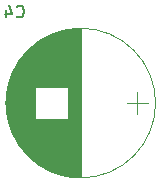
<source format=gbr>
%TF.GenerationSoftware,KiCad,Pcbnew,(5.99.0-2195-g476558ece)*%
%TF.CreationDate,2021-12-21T14:22:00-08:00*%
%TF.ProjectId,wwu_pico1,7777755f-7069-4636-9f31-2e6b69636164,rev?*%
%TF.SameCoordinates,Original*%
%TF.FileFunction,Legend,Bot*%
%TF.FilePolarity,Positive*%
%FSLAX46Y46*%
G04 Gerber Fmt 4.6, Leading zero omitted, Abs format (unit mm)*
G04 Created by KiCad (PCBNEW (5.99.0-2195-g476558ece)) date 2021-12-21 14:22:00*
%MOMM*%
%LPD*%
G01*
G04 APERTURE LIST*
%ADD10C,0.150000*%
%ADD11C,0.120000*%
G04 APERTURE END LIST*
D10*
%TO.C,C4*%
X132066666Y-66757142D02*
X132114285Y-66804761D01*
X132257142Y-66852380D01*
X132352380Y-66852380D01*
X132495238Y-66804761D01*
X132590476Y-66709523D01*
X132638095Y-66614285D01*
X132685714Y-66423809D01*
X132685714Y-66280952D01*
X132638095Y-66090476D01*
X132590476Y-65995238D01*
X132495238Y-65900000D01*
X132352380Y-65852380D01*
X132257142Y-65852380D01*
X132114285Y-65900000D01*
X132066666Y-65947619D01*
X131209523Y-66185714D02*
X131209523Y-66852380D01*
X131447619Y-65804761D02*
X131685714Y-66519047D01*
X131066666Y-66519047D01*
D11*
X143840000Y-74100000D02*
G75*
G03*
X143840000Y-74100000I-6340000J0D01*
G01*
X137500000Y-67800000D02*
X137500000Y-80400000D01*
X137460000Y-67800000D02*
X137460000Y-80400000D01*
X137420000Y-67800000D02*
X137420000Y-80400000D01*
X137380000Y-67801000D02*
X137380000Y-80399000D01*
X137340000Y-67802000D02*
X137340000Y-80398000D01*
X137300000Y-67803000D02*
X137300000Y-80397000D01*
X137260000Y-67804000D02*
X137260000Y-80396000D01*
X137220000Y-67806000D02*
X137220000Y-80394000D01*
X137180000Y-67808000D02*
X137180000Y-80392000D01*
X137140000Y-67810000D02*
X137140000Y-80390000D01*
X137100000Y-67812000D02*
X137100000Y-80388000D01*
X137060000Y-67815000D02*
X137060000Y-80385000D01*
X137020000Y-67818000D02*
X137020000Y-80382000D01*
X136980000Y-67821000D02*
X136980000Y-80379000D01*
X136940000Y-67824000D02*
X136940000Y-80376000D01*
X136900000Y-67828000D02*
X136900000Y-80372000D01*
X136860000Y-67832000D02*
X136860000Y-80368000D01*
X136820000Y-67836000D02*
X136820000Y-80364000D01*
X136779000Y-67841000D02*
X136779000Y-80359000D01*
X136739000Y-67845000D02*
X136739000Y-80355000D01*
X136699000Y-67850000D02*
X136699000Y-80350000D01*
X136659000Y-67855000D02*
X136659000Y-80345000D01*
X136619000Y-67861000D02*
X136619000Y-80339000D01*
X136579000Y-67867000D02*
X136579000Y-80333000D01*
X136539000Y-67873000D02*
X136539000Y-80327000D01*
X136499000Y-67879000D02*
X136499000Y-80321000D01*
X136459000Y-67885000D02*
X136459000Y-80315000D01*
X136419000Y-67892000D02*
X136419000Y-80308000D01*
X136379000Y-67899000D02*
X136379000Y-72720000D01*
X136379000Y-75480000D02*
X136379000Y-80301000D01*
X136339000Y-67907000D02*
X136339000Y-72720000D01*
X136339000Y-75480000D02*
X136339000Y-80293000D01*
X136299000Y-67914000D02*
X136299000Y-72720000D01*
X136299000Y-75480000D02*
X136299000Y-80286000D01*
X136259000Y-67922000D02*
X136259000Y-72720000D01*
X136259000Y-75480000D02*
X136259000Y-80278000D01*
X136219000Y-67930000D02*
X136219000Y-72720000D01*
X136219000Y-75480000D02*
X136219000Y-80270000D01*
X136179000Y-67938000D02*
X136179000Y-72720000D01*
X136179000Y-75480000D02*
X136179000Y-80262000D01*
X136139000Y-67947000D02*
X136139000Y-72720000D01*
X136139000Y-75480000D02*
X136139000Y-80253000D01*
X136099000Y-67956000D02*
X136099000Y-72720000D01*
X136099000Y-75480000D02*
X136099000Y-80244000D01*
X136059000Y-67965000D02*
X136059000Y-72720000D01*
X136059000Y-75480000D02*
X136059000Y-80235000D01*
X136019000Y-67975000D02*
X136019000Y-72720000D01*
X136019000Y-75480000D02*
X136019000Y-80225000D01*
X135979000Y-67984000D02*
X135979000Y-72720000D01*
X135979000Y-75480000D02*
X135979000Y-80216000D01*
X135939000Y-67994000D02*
X135939000Y-72720000D01*
X135939000Y-75480000D02*
X135939000Y-80206000D01*
X135899000Y-68005000D02*
X135899000Y-72720000D01*
X135899000Y-75480000D02*
X135899000Y-80195000D01*
X135859000Y-68015000D02*
X135859000Y-72720000D01*
X135859000Y-75480000D02*
X135859000Y-80185000D01*
X135819000Y-68026000D02*
X135819000Y-72720000D01*
X135819000Y-75480000D02*
X135819000Y-80174000D01*
X135779000Y-68037000D02*
X135779000Y-72720000D01*
X135779000Y-75480000D02*
X135779000Y-80163000D01*
X135739000Y-68049000D02*
X135739000Y-72720000D01*
X135739000Y-75480000D02*
X135739000Y-80151000D01*
X135699000Y-68060000D02*
X135699000Y-72720000D01*
X135699000Y-75480000D02*
X135699000Y-80140000D01*
X135659000Y-68072000D02*
X135659000Y-72720000D01*
X135659000Y-75480000D02*
X135659000Y-80128000D01*
X135619000Y-68085000D02*
X135619000Y-72720000D01*
X135619000Y-75480000D02*
X135619000Y-80115000D01*
X135579000Y-68097000D02*
X135579000Y-72720000D01*
X135579000Y-75480000D02*
X135579000Y-80103000D01*
X135539000Y-68110000D02*
X135539000Y-72720000D01*
X135539000Y-75480000D02*
X135539000Y-80090000D01*
X135499000Y-68123000D02*
X135499000Y-72720000D01*
X135499000Y-75480000D02*
X135499000Y-80077000D01*
X135459000Y-68137000D02*
X135459000Y-72720000D01*
X135459000Y-75480000D02*
X135459000Y-80063000D01*
X135419000Y-68150000D02*
X135419000Y-72720000D01*
X135419000Y-75480000D02*
X135419000Y-80050000D01*
X135379000Y-68164000D02*
X135379000Y-72720000D01*
X135379000Y-75480000D02*
X135379000Y-80036000D01*
X135339000Y-68179000D02*
X135339000Y-72720000D01*
X135339000Y-75480000D02*
X135339000Y-80021000D01*
X135299000Y-68193000D02*
X135299000Y-72720000D01*
X135299000Y-75480000D02*
X135299000Y-80007000D01*
X135259000Y-68208000D02*
X135259000Y-72720000D01*
X135259000Y-75480000D02*
X135259000Y-79992000D01*
X135219000Y-68224000D02*
X135219000Y-72720000D01*
X135219000Y-75480000D02*
X135219000Y-79976000D01*
X135179000Y-68239000D02*
X135179000Y-72720000D01*
X135179000Y-75480000D02*
X135179000Y-79961000D01*
X135139000Y-68255000D02*
X135139000Y-72720000D01*
X135139000Y-75480000D02*
X135139000Y-79945000D01*
X135099000Y-68271000D02*
X135099000Y-72720000D01*
X135099000Y-75480000D02*
X135099000Y-79929000D01*
X135059000Y-68288000D02*
X135059000Y-72720000D01*
X135059000Y-75480000D02*
X135059000Y-79912000D01*
X135019000Y-68305000D02*
X135019000Y-72720000D01*
X135019000Y-75480000D02*
X135019000Y-79895000D01*
X134979000Y-68322000D02*
X134979000Y-72720000D01*
X134979000Y-75480000D02*
X134979000Y-79878000D01*
X134939000Y-68339000D02*
X134939000Y-72720000D01*
X134939000Y-75480000D02*
X134939000Y-79861000D01*
X134899000Y-68357000D02*
X134899000Y-72720000D01*
X134899000Y-75480000D02*
X134899000Y-79843000D01*
X134859000Y-68375000D02*
X134859000Y-72720000D01*
X134859000Y-75480000D02*
X134859000Y-79825000D01*
X134819000Y-68394000D02*
X134819000Y-72720000D01*
X134819000Y-75480000D02*
X134819000Y-79806000D01*
X134779000Y-68413000D02*
X134779000Y-72720000D01*
X134779000Y-75480000D02*
X134779000Y-79787000D01*
X134739000Y-68432000D02*
X134739000Y-72720000D01*
X134739000Y-75480000D02*
X134739000Y-79768000D01*
X134699000Y-68451000D02*
X134699000Y-72720000D01*
X134699000Y-75480000D02*
X134699000Y-79749000D01*
X134659000Y-68471000D02*
X134659000Y-72720000D01*
X134659000Y-75480000D02*
X134659000Y-79729000D01*
X134619000Y-68491000D02*
X134619000Y-72720000D01*
X134619000Y-75480000D02*
X134619000Y-79709000D01*
X134579000Y-68512000D02*
X134579000Y-72720000D01*
X134579000Y-75480000D02*
X134579000Y-79688000D01*
X134539000Y-68533000D02*
X134539000Y-72720000D01*
X134539000Y-75480000D02*
X134539000Y-79667000D01*
X134499000Y-68554000D02*
X134499000Y-72720000D01*
X134499000Y-75480000D02*
X134499000Y-79646000D01*
X134459000Y-68576000D02*
X134459000Y-72720000D01*
X134459000Y-75480000D02*
X134459000Y-79624000D01*
X134419000Y-68598000D02*
X134419000Y-72720000D01*
X134419000Y-75480000D02*
X134419000Y-79602000D01*
X134379000Y-68620000D02*
X134379000Y-72720000D01*
X134379000Y-75480000D02*
X134379000Y-79580000D01*
X134339000Y-68643000D02*
X134339000Y-72720000D01*
X134339000Y-75480000D02*
X134339000Y-79557000D01*
X134299000Y-68666000D02*
X134299000Y-72720000D01*
X134299000Y-75480000D02*
X134299000Y-79534000D01*
X134259000Y-68690000D02*
X134259000Y-72720000D01*
X134259000Y-75480000D02*
X134259000Y-79510000D01*
X134219000Y-68714000D02*
X134219000Y-72720000D01*
X134219000Y-75480000D02*
X134219000Y-79486000D01*
X134179000Y-68738000D02*
X134179000Y-72720000D01*
X134179000Y-75480000D02*
X134179000Y-79462000D01*
X134139000Y-68763000D02*
X134139000Y-72720000D01*
X134139000Y-75480000D02*
X134139000Y-79437000D01*
X134099000Y-68788000D02*
X134099000Y-72720000D01*
X134099000Y-75480000D02*
X134099000Y-79412000D01*
X134059000Y-68814000D02*
X134059000Y-72720000D01*
X134059000Y-75480000D02*
X134059000Y-79386000D01*
X134019000Y-68840000D02*
X134019000Y-72720000D01*
X134019000Y-75480000D02*
X134019000Y-79360000D01*
X133979000Y-68866000D02*
X133979000Y-72720000D01*
X133979000Y-75480000D02*
X133979000Y-79334000D01*
X133939000Y-68893000D02*
X133939000Y-72720000D01*
X133939000Y-75480000D02*
X133939000Y-79307000D01*
X133899000Y-68921000D02*
X133899000Y-72720000D01*
X133899000Y-75480000D02*
X133899000Y-79279000D01*
X133859000Y-68949000D02*
X133859000Y-72720000D01*
X133859000Y-75480000D02*
X133859000Y-79251000D01*
X133819000Y-68977000D02*
X133819000Y-72720000D01*
X133819000Y-75480000D02*
X133819000Y-79223000D01*
X133779000Y-69006000D02*
X133779000Y-72720000D01*
X133779000Y-75480000D02*
X133779000Y-79194000D01*
X133739000Y-69035000D02*
X133739000Y-72720000D01*
X133739000Y-75480000D02*
X133739000Y-79165000D01*
X133699000Y-69065000D02*
X133699000Y-72720000D01*
X133699000Y-75480000D02*
X133699000Y-79135000D01*
X133659000Y-69095000D02*
X133659000Y-72720000D01*
X133659000Y-75480000D02*
X133659000Y-79105000D01*
X133619000Y-69125000D02*
X133619000Y-79075000D01*
X133579000Y-69157000D02*
X133579000Y-79043000D01*
X133539000Y-69188000D02*
X133539000Y-79012000D01*
X133499000Y-69221000D02*
X133499000Y-78979000D01*
X133459000Y-69253000D02*
X133459000Y-78947000D01*
X133419000Y-69287000D02*
X133419000Y-78913000D01*
X133379000Y-69321000D02*
X133379000Y-78879000D01*
X133339000Y-69355000D02*
X133339000Y-78845000D01*
X133299000Y-69390000D02*
X133299000Y-78810000D01*
X133259000Y-69426000D02*
X133259000Y-78774000D01*
X133219000Y-69462000D02*
X133219000Y-78738000D01*
X133179000Y-69499000D02*
X133179000Y-78701000D01*
X133139000Y-69537000D02*
X133139000Y-78663000D01*
X133099000Y-69575000D02*
X133099000Y-78625000D01*
X133059000Y-69614000D02*
X133059000Y-78586000D01*
X133019000Y-69653000D02*
X133019000Y-78547000D01*
X132979000Y-69694000D02*
X132979000Y-78506000D01*
X132939000Y-69735000D02*
X132939000Y-78465000D01*
X132899000Y-69777000D02*
X132899000Y-78423000D01*
X132859000Y-69819000D02*
X132859000Y-78381000D01*
X132819000Y-69862000D02*
X132819000Y-78338000D01*
X132779000Y-69907000D02*
X132779000Y-78293000D01*
X132739000Y-69952000D02*
X132739000Y-78248000D01*
X132699000Y-69998000D02*
X132699000Y-78202000D01*
X132659000Y-70044000D02*
X132659000Y-78156000D01*
X132619000Y-70092000D02*
X132619000Y-78108000D01*
X132579000Y-70141000D02*
X132579000Y-78059000D01*
X132539000Y-70191000D02*
X132539000Y-78009000D01*
X132499000Y-70241000D02*
X132499000Y-77959000D01*
X132459000Y-70293000D02*
X132459000Y-77907000D01*
X132419000Y-70346000D02*
X132419000Y-77854000D01*
X132379000Y-70400000D02*
X132379000Y-77800000D01*
X132339000Y-70456000D02*
X132339000Y-77744000D01*
X132299000Y-70512000D02*
X132299000Y-77688000D01*
X132259000Y-70570000D02*
X132259000Y-77630000D01*
X132219000Y-70630000D02*
X132219000Y-77570000D01*
X132179000Y-70691000D02*
X132179000Y-77509000D01*
X132139000Y-70753000D02*
X132139000Y-77447000D01*
X132099000Y-70818000D02*
X132099000Y-77382000D01*
X132059000Y-70883000D02*
X132059000Y-77317000D01*
X132019000Y-70951000D02*
X132019000Y-77249000D01*
X131979000Y-71021000D02*
X131979000Y-77179000D01*
X131939000Y-71093000D02*
X131939000Y-77107000D01*
X131899000Y-71167000D02*
X131899000Y-77033000D01*
X131859000Y-71244000D02*
X131859000Y-76956000D01*
X131819000Y-71323000D02*
X131819000Y-76877000D01*
X131779000Y-71405000D02*
X131779000Y-76795000D01*
X131739000Y-71490000D02*
X131739000Y-76710000D01*
X131699000Y-71579000D02*
X131699000Y-76621000D01*
X131659000Y-71672000D02*
X131659000Y-76528000D01*
X131619000Y-71769000D02*
X131619000Y-76431000D01*
X131579000Y-71870000D02*
X131579000Y-76330000D01*
X131539000Y-71978000D02*
X131539000Y-76222000D01*
X131499000Y-72091000D02*
X131499000Y-76109000D01*
X131459000Y-72212000D02*
X131459000Y-75988000D01*
X131419000Y-72343000D02*
X131419000Y-75857000D01*
X131379000Y-72484000D02*
X131379000Y-75716000D01*
X131339000Y-72640000D02*
X131339000Y-75560000D01*
X131299000Y-72815000D02*
X131299000Y-75385000D01*
X131259000Y-73018000D02*
X131259000Y-75182000D01*
X131219000Y-73269000D02*
X131219000Y-74931000D01*
X131179000Y-73636000D02*
X131179000Y-74564000D01*
X143200000Y-74100000D02*
X141400000Y-74100000D01*
X142300000Y-73200000D02*
X142300000Y-75000000D01*
%TD*%
M02*

</source>
